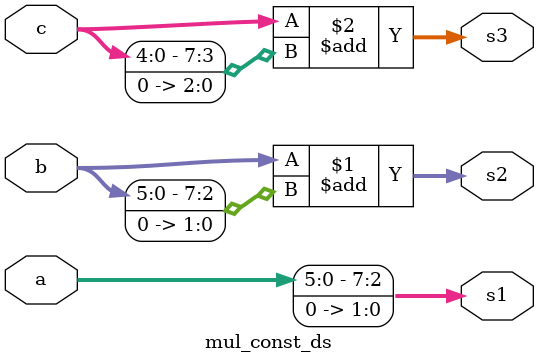
<source format=v>
module mul_const_ds
#(  parameter       BW = 8)
(
    input [BW-1:0] a,
    input [BW-1:0] b,
    input [BW-1:0] c,
    output [BW-1:0] s1,
    output [BW-1:0] s2,
    output [BW-1:0] s3
);

assign s1 = {a[BW-3:0], 2'b00};  // a * 4
assign s2 = b + {b[BW-3:0], 2'b00};  // b * 5
assign s3 = c + {c[BW-4:0], 3'b000};  // c * 9
endmodule
</source>
